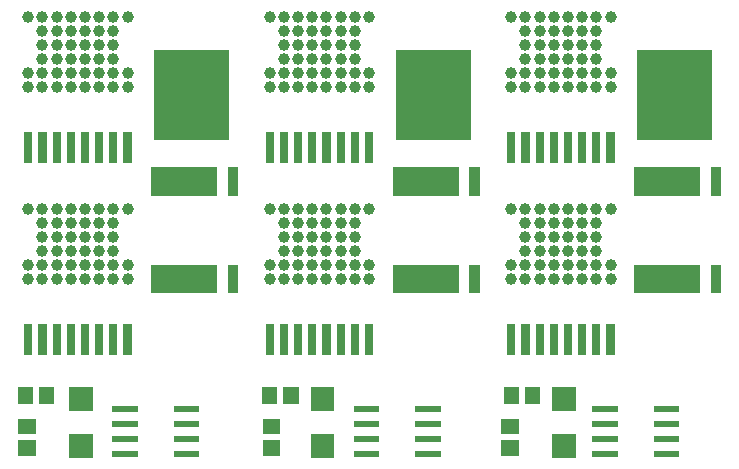
<source format=gbr>
G04 start of page 12 for group -4015 idx -4015 *
G04 Title: power, toppaste *
G04 Creator: pcb 20140316 *
G04 CreationDate: Tue 06 Jun 2017 06:55:07 AM GMT UTC *
G04 For: brian *
G04 Format: Gerber/RS-274X *
G04 PCB-Dimensions (mil): 6000.00 5000.00 *
G04 PCB-Coordinate-Origin: lower left *
%MOIN*%
%FSLAX25Y25*%
%LNTOPPASTE*%
%ADD131R,0.2500X0.2500*%
%ADD130R,0.0960X0.0960*%
%ADD129R,0.0350X0.0350*%
%ADD128C,0.0394*%
%ADD127R,0.0276X0.0276*%
%ADD126C,0.0001*%
%ADD125R,0.0200X0.0200*%
%ADD124R,0.0512X0.0512*%
G54D124*X278043Y306393D02*Y305607D01*
X270957Y306393D02*Y305607D01*
X270107Y288457D02*X270893D01*
X270107Y295543D02*X270893D01*
G54D125*X319500Y286500D02*X326000D01*
X319500Y291500D02*X326000D01*
X319500Y296500D02*X326000D01*
X319500Y301500D02*X326000D01*
X299000D02*X305500D01*
X299000Y296500D02*X305500D01*
X299000Y291500D02*X305500D01*
X299000Y286500D02*X305500D01*
G54D126*G36*
X284550Y293100D02*Y285200D01*
X292450D01*
Y293100D01*
X284550D01*
G37*
G36*
Y308800D02*Y300900D01*
X292450D01*
Y308800D01*
X284550D01*
G37*
G54D127*X270965Y392386D02*Y384906D01*
X275689Y392386D02*Y384906D01*
X280413Y392386D02*Y384906D01*
X285138Y392386D02*Y384906D01*
X289862Y392386D02*Y384906D01*
X294587Y392386D02*Y384906D01*
X299311Y392386D02*Y384906D01*
X304035Y392386D02*Y384906D01*
G54D128*X270965Y408646D03*
X275689D03*
X280413D03*
X285138D03*
X289862D03*
X294587D03*
X299311D03*
X304035D03*
X270965Y413370D03*
X275689D03*
X280413D03*
X285138D03*
X289862D03*
X294587D03*
X299311D03*
X304035D03*
X275689Y418094D03*
X280413D03*
X285138D03*
X289862D03*
X294587D03*
X299311D03*
X275689Y422819D03*
X280413D03*
X285138D03*
X289862D03*
X294587D03*
X299311D03*
X275689Y427543D03*
X280413D03*
X285138D03*
X289862D03*
X294587D03*
X299311D03*
X270965Y432268D03*
X275689D03*
X280413D03*
X285138D03*
X289862D03*
X294587D03*
X299311D03*
X304035D03*
G54D127*X270965Y328386D02*Y320906D01*
X275689Y328386D02*Y320906D01*
X280413Y328386D02*Y320906D01*
X285138Y328386D02*Y320906D01*
X289862Y328386D02*Y320906D01*
X294587Y328386D02*Y320906D01*
X299311Y328386D02*Y320906D01*
X304035Y328386D02*Y320906D01*
G54D128*X270965Y344646D03*
X275689D03*
X280413D03*
X285138D03*
X289862D03*
X294587D03*
X299311D03*
X304035D03*
X270965Y349370D03*
X275689D03*
X280413D03*
X285138D03*
X289862D03*
X294587D03*
X299311D03*
X304035D03*
X275689Y354094D03*
X280413D03*
X285138D03*
X289862D03*
X294587D03*
X299311D03*
X275689Y358819D03*
X280413D03*
X285138D03*
X289862D03*
X294587D03*
X299311D03*
X275689Y363543D03*
X280413D03*
X285138D03*
X289862D03*
X294587D03*
X299311D03*
X270965Y368268D03*
X275689D03*
X280413D03*
X285138D03*
X289862D03*
X294587D03*
X299311D03*
X304035D03*
G54D129*X339250Y380250D02*Y374150D01*
Y347850D02*Y341750D01*
G54D130*X316800Y377200D02*X329200D01*
X316800Y344800D02*X329200D01*
G54D131*X325500Y408500D02*Y403500D01*
G54D124*X197543Y306393D02*Y305607D01*
X190457Y306393D02*Y305607D01*
G54D125*X240000Y286500D02*X246500D01*
X240000Y291500D02*X246500D01*
X240000Y296500D02*X246500D01*
X240000Y301500D02*X246500D01*
X219500D02*X226000D01*
X219500Y296500D02*X226000D01*
X219500Y291500D02*X226000D01*
X219500Y286500D02*X226000D01*
G54D126*G36*
X204050Y293100D02*Y285200D01*
X211950D01*
Y293100D01*
X204050D01*
G37*
G36*
Y308800D02*Y300900D01*
X211950D01*
Y308800D01*
X204050D01*
G37*
G54D127*X190465Y392386D02*Y384906D01*
X195189Y392386D02*Y384906D01*
X199913Y392386D02*Y384906D01*
X204638Y392386D02*Y384906D01*
X209362Y392386D02*Y384906D01*
X214087Y392386D02*Y384906D01*
X218811Y392386D02*Y384906D01*
X223535Y392386D02*Y384906D01*
G54D128*X190465Y408646D03*
X195189D03*
X199913D03*
X204638D03*
X209362D03*
X214087D03*
X218811D03*
X223535D03*
X190465Y413370D03*
X195189D03*
X199913D03*
X204638D03*
X209362D03*
X214087D03*
X218811D03*
X223535D03*
X195189Y418094D03*
X199913D03*
X204638D03*
X209362D03*
X214087D03*
X218811D03*
X195189Y422819D03*
X199913D03*
X204638D03*
X209362D03*
X214087D03*
X218811D03*
X195189Y427543D03*
X199913D03*
X204638D03*
X209362D03*
X214087D03*
X218811D03*
X190465Y432268D03*
X195189D03*
X199913D03*
X204638D03*
X209362D03*
X214087D03*
X218811D03*
X223535D03*
G54D127*X190465Y328386D02*Y320906D01*
X195189Y328386D02*Y320906D01*
X199913Y328386D02*Y320906D01*
X204638Y328386D02*Y320906D01*
X209362Y328386D02*Y320906D01*
X214087Y328386D02*Y320906D01*
X218811Y328386D02*Y320906D01*
X223535Y328386D02*Y320906D01*
G54D128*X190465Y344646D03*
X195189D03*
X199913D03*
X204638D03*
X209362D03*
X214087D03*
X218811D03*
X223535D03*
X190465Y349370D03*
X195189D03*
X199913D03*
X204638D03*
X209362D03*
X214087D03*
X218811D03*
X223535D03*
X195189Y354094D03*
X199913D03*
X204638D03*
X209362D03*
X214087D03*
X218811D03*
X195189Y358819D03*
X199913D03*
X204638D03*
X209362D03*
X214087D03*
X218811D03*
X195189Y363543D03*
X199913D03*
X204638D03*
X209362D03*
X214087D03*
X218811D03*
X190465Y368268D03*
X195189D03*
X199913D03*
X204638D03*
X209362D03*
X214087D03*
X218811D03*
X223535D03*
G54D129*X258750Y380250D02*Y374150D01*
Y347850D02*Y341750D01*
G54D130*X236300Y377200D02*X248700D01*
X236300Y344800D02*X248700D01*
G54D131*X245000Y408500D02*Y403500D01*
G54D124*X116043Y306393D02*Y305607D01*
X108957Y306393D02*Y305607D01*
X109107Y288457D02*X109893D01*
X109107Y295543D02*X109893D01*
G54D125*X159500Y286500D02*X166000D01*
X159500Y291500D02*X166000D01*
X159500Y296500D02*X166000D01*
X159500Y301500D02*X166000D01*
X139000D02*X145500D01*
X139000Y296500D02*X145500D01*
X139000Y291500D02*X145500D01*
X139000Y286500D02*X145500D01*
G54D126*G36*
X123550Y293100D02*Y285200D01*
X131450D01*
Y293100D01*
X123550D01*
G37*
G36*
Y308800D02*Y300900D01*
X131450D01*
Y308800D01*
X123550D01*
G37*
G54D127*X109965Y392386D02*Y384906D01*
X114689Y392386D02*Y384906D01*
X119413Y392386D02*Y384906D01*
X124138Y392386D02*Y384906D01*
X128862Y392386D02*Y384906D01*
X133587Y392386D02*Y384906D01*
X138311Y392386D02*Y384906D01*
X143035Y392386D02*Y384906D01*
G54D128*X109965Y408646D03*
X114689D03*
X119413D03*
X124138D03*
X128862D03*
X133587D03*
X138311D03*
X143035D03*
X109965Y413370D03*
X114689D03*
X119413D03*
X124138D03*
X128862D03*
X133587D03*
X138311D03*
X143035D03*
X114689Y418094D03*
X119413D03*
X124138D03*
X128862D03*
X133587D03*
X138311D03*
X114689Y422819D03*
X119413D03*
X124138D03*
X128862D03*
X133587D03*
X138311D03*
X114689Y427543D03*
X119413D03*
X124138D03*
X128862D03*
X133587D03*
X138311D03*
X109965Y432268D03*
X114689D03*
X119413D03*
X124138D03*
X128862D03*
X133587D03*
X138311D03*
X143035D03*
G54D127*X109965Y328386D02*Y320906D01*
X114689Y328386D02*Y320906D01*
X119413Y328386D02*Y320906D01*
X124138Y328386D02*Y320906D01*
X128862Y328386D02*Y320906D01*
X133587Y328386D02*Y320906D01*
X138311Y328386D02*Y320906D01*
X143035Y328386D02*Y320906D01*
G54D128*X109965Y344646D03*
X114689D03*
X119413D03*
X124138D03*
X128862D03*
X133587D03*
X138311D03*
X143035D03*
X109965Y349370D03*
X114689D03*
X119413D03*
X124138D03*
X128862D03*
X133587D03*
X138311D03*
X143035D03*
X114689Y354094D03*
X119413D03*
X124138D03*
X128862D03*
X133587D03*
X138311D03*
X114689Y358819D03*
X119413D03*
X124138D03*
X128862D03*
X133587D03*
X138311D03*
X114689Y363543D03*
X119413D03*
X124138D03*
X128862D03*
X133587D03*
X138311D03*
X109965Y368268D03*
X114689D03*
X119413D03*
X124138D03*
X128862D03*
X133587D03*
X138311D03*
X143035D03*
G54D129*X178250Y380250D02*Y374150D01*
Y347850D02*Y341750D01*
G54D130*X155800Y377200D02*X168200D01*
X155800Y344800D02*X168200D01*
G54D131*X164500Y408500D02*Y403500D01*
G54D124*X190607Y288457D02*X191393D01*
X190607Y295543D02*X191393D01*
M02*

</source>
